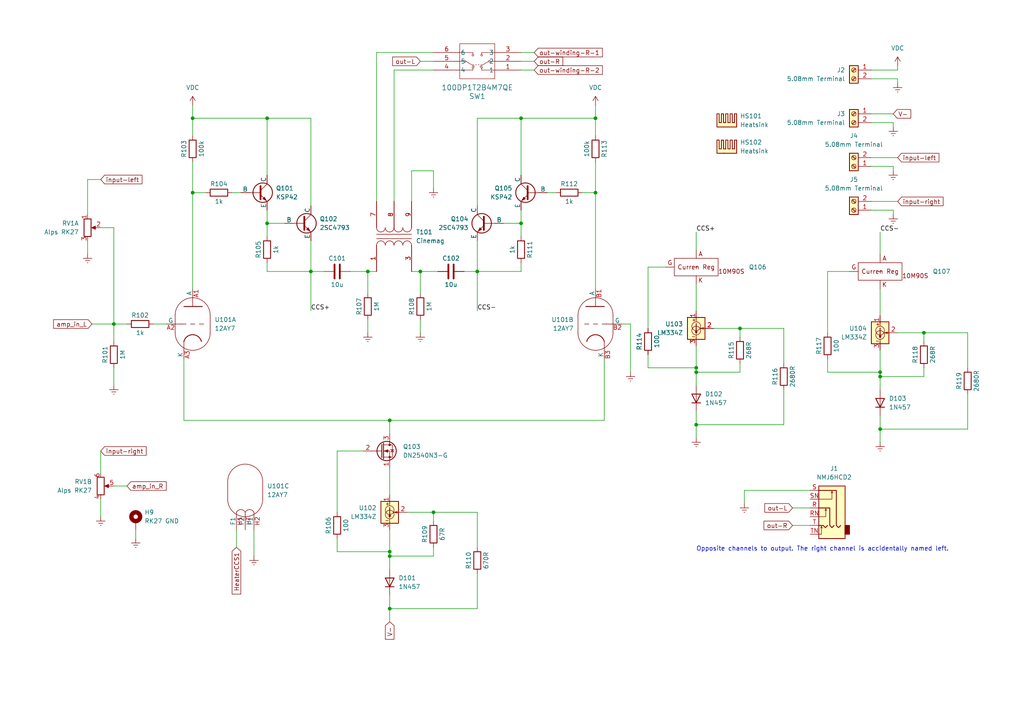
<source format=kicad_sch>
(kicad_sch (version 20231120) (generator "eeschema") (generator_version "8.0")
  (paper "A4")
  (title_block (title "Torpedo iii Left") (rev "V1.0"))
  (lib_symbols
    (symbol "Connector:Screw_Terminal_01x02" (pin_names (offset 1.016) hide)
      (property "Reference" "J" (at 0 2.54 0))
      (property "Value" "Screw_Terminal_01x02" (at 0 -5.08 0))
      (symbol "Screw_Terminal_01x02_1_1"
        (pin passive line (at -5.08 0 0) (length 3.81) (name "Pin_1") (number "1"))
        (pin passive line (at -5.08 -2.54 0) (length 3.81) (name "Pin_2") (number "2"))
      )
    )
    (symbol "Connector_Audio:NMJ6HCD2"
      (property "Reference" "J" (at 0 11.43 0))
      (property "Value" "NMJ6HCD2" (at 0 8.89 0))
      (symbol "NMJ6HCD2_1_1"
        (pin passive line (at 5.08 0 180) (length 2.54) (name "~") (number "R"))
        (pin passive line (at 5.08 -2.54 180) (length 2.54) (name "~") (number "RN"))
        (pin passive line (at 5.08 5.08 180) (length 2.54) (name "~") (number "S"))
        (pin passive line (at 5.08 2.54 180) (length 2.54) (name "~") (number "SN"))
        (pin passive line (at 5.08 -5.08 180) (length 2.54) (name "~") (number "T"))
        (pin passive line (at 5.08 -7.62 180) (length 2.54) (name "~") (number "TN"))
      )
    )
    (symbol "CustomSymLib:100DP1T2B4M7QE" (pin_names (offset 0.254))
      (property "Reference" "SW" (at 12.7 7.62 0))
      (property "Value" "100DP1T2B4M7QE" (at 12.7 5.08 0))
      (symbol "100DP1T2B4M7QE_0_1"
        (pin unspecified line (at 0 0 0) (length 7.62) (name "1") (number "1"))
        (pin unspecified line (at 0 -2.54 0) (length 7.62) (name "2") (number "2"))
        (pin unspecified line (at 0 -5.08 0) (length 7.62) (name "3") (number "3"))
        (pin unspecified line (at 25.4 0 180) (length 7.62) (name "4") (number "4"))
        (pin unspecified line (at 25.4 -2.54 180) (length 7.62) (name "5") (number "5"))
        (pin unspecified line (at 25.4 -5.08 180) (length 7.62) (name "6") (number "6"))
      )
    )
    (symbol "CustomSymLib:10M90S"
      (property "Reference" "Q" (at 6.35 1.27 0))
      (symbol "10M90S_1_1"
        (text "10M90S\n" (at 6.35 -1.27 0) (effects (font (size 1.27 1.27)) (justify left)))
        (text "A" (at 1.27 3.81 0) (effects (font (size 1.27 1.27))))
        (text "Curren Reg" (at 0 0 0) (effects (font (size 1.27 1.27))))
        (text "G" (at -7.62 1.27 0) (effects (font (size 1.27 1.27))))
        (text "K\n" (at 1.27 -3.81 0) (effects (font (size 1.27 1.27))))
        (pin input line (at -8.89 0 0) (length 2.54) hide (name "1") (number "1"))
        (pin input line (at 0 5.08 270) (length 2.54) hide (name "2") (number "2"))
        (pin input line (at 0 -5.08 90) (length 2.54) hide (name "3") (number "3"))
      )
    )
    (symbol "Device:C" (pin_numbers hide) (pin_names (offset 0.254))
      (property "Reference" "C" (at 0.635 2.54 0))
      (property "Value" "C" (at 0.635 -2.54 0))
      (symbol "C_1_1"
        (pin passive line (at 0 3.81 270) (length 2.794) (name "~") (number "1"))
        (pin passive line (at 0 -3.81 90) (length 2.794) (name "~") (number "2"))
      )
    )
    (symbol "Device:R" (pin_numbers hide) (pin_names (offset 0))
      (property "Reference" "R" (at 2.032 0 90))
      (property "Value" "R" (at 0 0 90))
      (symbol "R_1_1"
        (pin passive line (at 0 3.81 270) (length 1.27) (name "~") (number "1"))
        (pin passive line (at 0 -3.81 90) (length 1.27) (name "~") (number "2"))
      )
    )
    (symbol "Device:R_Potentiometer_Dual_Separate" (pin_names (offset 1.016) hide)
      (property "Reference" "RV" (at -4.445 0 90))
      (property "Value" "R_Potentiometer_Dual_Separate" (at -2.54 0 90))
      (symbol "R_Potentiometer_Dual_Separate_1_1"
        (pin passive line (at 0 3.81 270) (length 1.27) (name "1") (number "1"))
        (pin passive line (at 3.81 0 180) (length 1.27) (name "2") (number "2"))
        (pin passive line (at 0 -3.81 90) (length 1.27) (name "3") (number "3"))
      )
      (symbol "R_Potentiometer_Dual_Separate_2_1"
        (pin passive line (at 0 3.81 270) (length 1.27) (name "4") (number "4"))
        (pin passive line (at 3.81 0 180) (length 1.27) (name "5") (number "5"))
        (pin passive line (at 0 -3.81 90) (length 1.27) (name "6") (number "6"))
      )
    )
    (symbol "Device:Transformer_1P_SS" (pin_names (offset 1.016) hide)
      (property "Reference" "T101" (at 1.27 -6.35 90))
      (property "Value" "Cinemag" (at -1.27 -6.35 90))
      (symbol "Transformer_1P_SS_1_1"
        (pin passive line (at -10.16 5.08 0) (length 7.62) (name "AA") (number "1"))
        (pin passive line (at -10.16 -5.08 0) (length 7.62) (name "AB") (number "3"))
        (pin passive line (at 10.16 5.08 180) (length 7.62) (name "SB") (number "7"))
        (pin passive line (at 10.16 0 180) (length 7.62) (name "SC") (number "8"))
        (pin passive line (at 10.16 -5.08 180) (length 7.62) (name "SA") (number "9"))
      )
    )
    (symbol "Diode:1N914" (pin_numbers hide) (pin_names hide)
      (property "Reference" "D" (at 0 2.54 0))
      (property "Value" "1N914" (at 0 -2.54 0))
      (symbol "1N914_1_1"
        (pin passive line (at -3.81 0 0) (length 2.54) (name "K") (number "1"))
        (pin passive line (at 3.81 0 180) (length 2.54) (name "A") (number "2"))
      )
    )
    (symbol "ECC81_1" (pin_names (offset 0))
      (property "Reference" "U201" (at 6.35 1.27 0))
      (property "Value" "12AY7" (at 6.35 -1.27 0))
      (symbol "ECC81_1_1_1"
        (pin output line (at 0 10.16 270) (length 2.54) (name "A") (number "A1"))
        (pin input line (at -7.62 0 0) (length 2.54) (name "G") (number "A2"))
        (pin bidirectional line (at -2.54 -10.16 90) (length 2.54) (name "K") (number "A3"))
      )
      (symbol "ECC81_1_2_1"
        (pin output line (at 0 10.16 270) (length 2.54) (name "A") (number "B1"))
        (pin input line (at -7.62 0 0) (length 2.54) (name "G") (number "B2"))
        (pin bidirectional line (at -2.54 -10.16 90) (length 2.54) (name "K") (number "B3"))
      )
      (symbol "ECC81_1_3_1"
        (pin power_in line (at -2.54 -11.43 90) (length 5.08) (name "F1") (number "H1"))
        (pin power_in line (at 2.54 -11.43 90) (length 5.08) (name "F1") (number "H2"))
        (pin power_in line (at 0 -11.43 90) (length 5.08) (name "F2") (number "HT"))
      )
    )
    (symbol "ECC81_2" (pin_names (offset 0))
      (property "Reference" "U201" (at 6.35 1.27 0))
      (property "Value" "12AY7" (at 6.35 -1.27 0))
      (symbol "ECC81_2_1_1"
        (pin output line (at 0 10.16 270) (length 2.54) (name "A") (number "A1"))
        (pin input line (at -7.62 0 0) (length 2.54) (name "G") (number "A2"))
        (pin bidirectional line (at -2.54 -10.16 90) (length 2.54) (name "K") (number "A3"))
      )
      (symbol "ECC81_2_2_1"
        (pin output line (at 0 10.16 270) (length 2.54) (name "A") (number "B1"))
        (pin input line (at -7.62 0 0) (length 2.54) (name "G") (number "B2"))
        (pin bidirectional line (at -2.54 -10.16 90) (length 2.54) (name "K") (number "B3"))
      )
      (symbol "ECC81_2_3_1"
        (pin power_in line (at -2.54 -11.43 90) (length 5.08) (name "F1") (number "H1"))
        (pin power_in line (at 2.54 -11.43 90) (length 5.08) (name "F1") (number "H2"))
        (pin power_in line (at 0 -11.43 90) (length 5.08) (name "F2") (number "HT"))
      )
    )
    (symbol "Mechanical:Heatsink" (pin_names (offset 1.016))
      (property "Reference" "HS" (at 0 5.08 0))
      (property "Value" "Heatsink" (at 0 -1.27 0))
    )
    (symbol "Mechanical:MountingHole_Pad" (pin_numbers hide) (pin_names (offset 1.016) hide)
      (property "Reference" "H" (at 0 6.35 0))
      (property "Value" "MountingHole_Pad" (at 0 4.445 0))
      (symbol "MountingHole_Pad_1_1"
        (pin input line (at 0 -2.54 90) (length 2.54) (name "1") (number "1"))
      )
    )
    (symbol "NPN_1" (pin_numbers hide) (pin_names (offset 0))
      (property "Reference" "Q12" (at 5.08 1.27 0))
      (property "Value" "2SC4793" (at 5.08 -1.27 0))
      (symbol "NPN_1_1_1"
        (pin input line (at -5.08 0 0) (length 2.54) (name "B") (number "1"))
        (pin open_collector line (at 2.54 5.08 270) (length 2.54) (name "C") (number "2"))
        (pin open_emitter line (at 2.54 -5.08 90) (length 2.54) (name "E") (number "3"))
      )
    )
    (symbol "Reference_Current:LM334Z"
      (property "Reference" "U" (at 0.635 6.35 0))
      (property "Value" "LM334Z" (at 0.635 4.445 0))
      (symbol "LM334Z_1_1"
        (pin passive line (at 0 5.08 270) (length 2.54) (name "~") (number "1"))
        (pin passive line (at 5.08 0 180) (length 2.54) (name "~") (number "2"))
        (pin passive line (at 0 -5.08 90) (length 2.54) (name "~") (number "3"))
      )
    )
    (symbol "Simulation_SPICE:NPN" (pin_numbers hide) (pin_names (offset 0))
      (property "Reference" "Q11" (at 5.08 1.27 0))
      (property "Value" "KSP42" (at 5.08 -1.27 0))
      (symbol "NPN_1_1"
        (pin open_emitter line (at 2.54 -5.08 90) (length 2.54) (name "E") (number "1"))
        (pin input line (at -5.08 0 0) (length 2.54) (name "B") (number "2"))
        (pin open_collector line (at 2.54 5.08 270) (length 2.54) (name "C") (number "3"))
      )
    )
    (symbol "Transistor_FET_Other:DN2540N3-G" (pin_names (offset 0) hide)
      (property "Reference" "Q" (at 5.08 1.905 0))
      (property "Value" "DN2540N3-G" (at 5.08 0 0))
      (symbol "DN2540N3-G_1_1"
        (pin passive line (at 2.54 -5.08 90) (length 2.54) (name "S") (number "1"))
        (pin input line (at -5.08 0 0) (length 2.54) (name "G") (number "2"))
        (pin passive line (at 2.54 5.08 270) (length 2.54) (name "D") (number "3"))
      )
    )
    (symbol "Valve:ECC81" (pin_names (offset 0))
      (property "Reference" "U201" (at 6.35 1.27 0))
      (property "Value" "12AY7" (at 6.35 -1.27 0))
      (symbol "ECC81_1_1"
        (pin output line (at 0 10.16 270) (length 2.54) (name "A") (number "A1"))
        (pin input line (at -7.62 0 0) (length 2.54) (name "G") (number "A2"))
        (pin bidirectional line (at -2.54 -10.16 90) (length 2.54) (name "K") (number "A3"))
      )
      (symbol "ECC81_2_1"
        (pin output line (at 0 10.16 270) (length 2.54) (name "A") (number "B1"))
        (pin input line (at -7.62 0 0) (length 2.54) (name "G") (number "B2"))
        (pin bidirectional line (at -2.54 -10.16 90) (length 2.54) (name "K") (number "B3"))
      )
      (symbol "ECC81_3_1"
        (pin power_in line (at -2.54 -11.43 90) (length 5.08) (name "F1") (number "H1"))
        (pin power_in line (at 2.54 -11.43 90) (length 5.08) (name "F1") (number "H2"))
        (pin power_in line (at 0 -11.43 90) (length 5.08) (name "F2") (number "HT"))
      )
    )
    (symbol "power:GNDREF" (power) (pin_names (offset 0))
      (property "Value" "GNDREF" (at 0 -3.81 0))
      (symbol "GNDREF_1_1"
        (pin power_in line (at 0 0 270) (length 0) hide (name "GNDREF") (number "1"))
      )
    )
    (symbol "power:VDC" (power) (pin_names (offset 0))
      (property "Value" "VDC" (at 0 6.35 0))
      (symbol "VDC_1_1"
        (pin power_in line (at 0 0 90) (length 0) hide (name "VDC") (number "1"))
      )
    )
  )
  (junction (at 55.88 55.88))
  (junction (at 172.72 55.88))
  (junction (at 201.93 107.95))
  (junction (at 55.88 34.29))
  (junction (at 172.72 34.29))
  (junction (at 201.93 123.19))
  (junction (at 90.17 78.74))
  (junction (at 113.03 160.02))
  (junction (at 113.03 121.92))
  (junction (at 125.73 148.59))
  (junction (at 33.02 93.98))
  (junction (at 77.47 34.29))
  (junction (at 255.27 124.46))
  (junction (at 77.47 64.77))
  (junction (at 106.68 78.74))
  (junction (at 214.63 95.25))
  (junction (at 138.43 78.74))
  (junction (at 113.03 176.53))
  (junction (at 255.27 107.95))
  (junction (at 255.27 109.22))
  (junction (at 121.92 78.74))
  (junction (at 201.93 106.68))
  (junction (at 113.03 161.29))
  (junction (at 267.97 96.52))
  (junction (at 151.13 64.77))
  (junction (at 151.13 34.29))
  (wire (pts (xy 267.97 109.22) (xy 255.27 109.22)))
  (wire (pts (xy 252.73 60.96) (xy 259.08 60.96)))
  (wire (pts (xy 77.47 34.29) (xy 77.47 50.8)))
  (wire (pts (xy 240.03 107.95) (xy 255.27 107.95)))
  (wire (pts (xy 25.4 52.07) (xy 25.4 62.23)))
  (wire (pts (xy 214.63 107.95) (xy 201.93 107.95)))
  (wire (pts (xy 267.97 96.52) (xy 267.97 99.06)))
  (wire (pts (xy 229.87 152.4) (xy 234.95 152.4)))
  (wire (pts (xy 187.96 77.47) (xy 193.04 77.47)))
  (wire (pts (xy 125.73 148.59) (xy 125.73 151.13)))
  (wire (pts (xy 227.33 123.19) (xy 201.93 123.19)))
  (wire (pts (xy 280.67 96.52) (xy 280.67 106.68)))
  (wire (pts (xy 138.43 78.74) (xy 138.43 90.17)))
  (wire (pts (xy 138.43 69.85) (xy 138.43 78.74)))
  (wire (pts (xy 97.79 160.02) (xy 113.03 160.02)))
  (wire (pts (xy 114.3 20.32) (xy 125.73 20.32)))
  (wire (pts (xy 121.92 17.78) (xy 125.73 17.78)))
  (wire (pts (xy 255.27 107.95) (xy 255.27 109.22)))
  (wire (pts (xy 161.29 55.88) (xy 158.75 55.88)))
  (wire (pts (xy 201.93 106.68) (xy 201.93 100.33)))
  (wire (pts (xy 252.73 45.72) (xy 260.35 45.72)))
  (wire (pts (xy 151.13 15.24) (xy 154.94 15.24)))
  (wire (pts (xy 138.43 78.74) (xy 134.62 78.74)))
  (wire (pts (xy 77.47 78.74) (xy 90.17 78.74)))
  (wire (pts (xy 187.96 102.87) (xy 187.96 106.68)))
  (wire (pts (xy 109.22 15.24) (xy 125.73 15.24)))
  (wire (pts (xy 33.02 140.97) (xy 36.83 140.97)))
  (wire (pts (xy 113.03 160.02) (xy 113.03 161.29)))
  (wire (pts (xy 125.73 148.59) (xy 138.43 148.59)))
  (wire (pts (xy 25.4 69.85) (xy 25.4 73.66)))
  (wire (pts (xy 187.96 95.25) (xy 187.96 77.47)))
  (wire (pts (xy 121.92 78.74) (xy 121.92 85.09)))
  (wire (pts (xy 29.21 66.04) (xy 33.02 66.04)))
  (wire (pts (xy 214.63 105.41) (xy 214.63 107.95)))
  (wire (pts (xy 260.35 20.32) (xy 260.35 19.05)))
  (wire (pts (xy 214.63 95.25) (xy 214.63 97.79)))
  (wire (pts (xy 26.67 93.98) (xy 33.02 93.98)))
  (wire (pts (xy 53.34 104.14) (xy 53.34 121.92)))
  (wire (pts (xy 90.17 78.74) (xy 93.98 78.74)))
  (wire (pts (xy 252.73 48.26) (xy 259.08 48.26)))
  (wire (pts (xy 113.03 135.89) (xy 113.03 143.51)))
  (wire (pts (xy 252.73 33.02) (xy 259.08 33.02)))
  (wire (pts (xy 55.88 55.88) (xy 55.88 83.82)))
  (wire (pts (xy 138.43 166.37) (xy 138.43 176.53)))
  (wire (pts (xy 172.72 55.88) (xy 172.72 83.82)))
  (wire (pts (xy 39.37 153.67) (xy 39.37 156.21)))
  (wire (pts (xy 118.11 148.59) (xy 125.73 148.59)))
  (wire (pts (xy 172.72 46.99) (xy 172.72 55.88)))
  (wire (pts (xy 109.22 58.42) (xy 109.22 15.24)))
  (wire (pts (xy 106.68 92.71) (xy 106.68 96.52)))
  (wire (pts (xy 33.02 106.68) (xy 33.02 111.76)))
  (wire (pts (xy 201.93 67.31) (xy 201.93 72.39)))
  (wire (pts (xy 151.13 76.2) (xy 151.13 78.74)))
  (wire (pts (xy 229.87 147.32) (xy 234.95 147.32)))
  (wire (pts (xy 255.27 101.6) (xy 255.27 107.95)))
  (wire (pts (xy 106.68 78.74) (xy 109.22 78.74)))
  (wire (pts (xy 252.73 20.32) (xy 260.35 20.32)))
  (wire (pts (xy 138.43 34.29) (xy 138.43 59.69)))
  (wire (pts (xy 113.03 121.92) (xy 175.26 121.92)))
  (wire (pts (xy 260.35 96.52) (xy 267.97 96.52)))
  (wire (pts (xy 29.21 130.81) (xy 29.21 137.16)))
  (wire (pts (xy 53.34 121.92) (xy 113.03 121.92)))
  (wire (pts (xy 227.33 95.25) (xy 227.33 105.41)))
  (wire (pts (xy 113.03 125.73) (xy 113.03 121.92)))
  (wire (pts (xy 55.88 34.29) (xy 55.88 39.37)))
  (wire (pts (xy 55.88 30.48) (xy 55.88 34.29)))
  (wire (pts (xy 214.63 95.25) (xy 227.33 95.25)))
  (wire (pts (xy 172.72 34.29) (xy 172.72 39.37)))
  (wire (pts (xy 252.73 22.86) (xy 260.35 22.86)))
  (wire (pts (xy 138.43 148.59) (xy 138.43 158.75)))
  (wire (pts (xy 97.79 148.59) (xy 97.79 130.81)))
  (wire (pts (xy 240.03 104.14) (xy 240.03 107.95)))
  (wire (pts (xy 151.13 20.32) (xy 154.94 20.32)))
  (wire (pts (xy 201.93 119.38) (xy 201.93 123.19)))
  (wire (pts (xy 151.13 34.29) (xy 138.43 34.29)))
  (wire (pts (xy 90.17 69.85) (xy 90.17 78.74)))
  (wire (pts (xy 114.3 58.42) (xy 114.3 20.32)))
  (wire (pts (xy 151.13 78.74) (xy 138.43 78.74)))
  (wire (pts (xy 113.03 176.53) (xy 113.03 180.34)))
  (wire (pts (xy 215.9 142.24) (xy 234.95 142.24)))
  (wire (pts (xy 151.13 17.78) (xy 154.94 17.78)))
  (wire (pts (xy 97.79 130.81) (xy 105.41 130.81)))
  (wire (pts (xy 151.13 64.77) (xy 146.05 64.77)))
  (wire (pts (xy 77.47 64.77) (xy 77.47 68.58)))
  (wire (pts (xy 240.03 96.52) (xy 240.03 78.74)))
  (wire (pts (xy 113.03 153.67) (xy 113.03 160.02)))
  (wire (pts (xy 175.26 121.92) (xy 175.26 104.14)))
  (wire (pts (xy 73.66 153.67) (xy 73.66 161.29)))
  (wire (pts (xy 29.21 144.78) (xy 29.21 149.86)))
  (wire (pts (xy 255.27 109.22) (xy 255.27 113.03)))
  (wire (pts (xy 280.67 114.3) (xy 280.67 124.46)))
  (wire (pts (xy 255.27 83.82) (xy 255.27 91.44)))
  (wire (pts (xy 97.79 156.21) (xy 97.79 160.02)))
  (wire (pts (xy 260.35 22.86) (xy 260.35 24.13)))
  (wire (pts (xy 36.83 93.98) (xy 33.02 93.98)))
  (wire (pts (xy 267.97 96.52) (xy 280.67 96.52)))
  (wire (pts (xy 227.33 113.03) (xy 227.33 123.19)))
  (wire (pts (xy 252.73 35.56) (xy 259.08 35.56)))
  (wire (pts (xy 125.73 161.29) (xy 113.03 161.29)))
  (wire (pts (xy 125.73 49.53) (xy 125.73 54.61)))
  (wire (pts (xy 33.02 66.04) (xy 33.02 93.98)))
  (wire (pts (xy 172.72 34.29) (xy 151.13 34.29)))
  (wire (pts (xy 151.13 64.77) (xy 151.13 68.58)))
  (wire (pts (xy 201.93 107.95) (xy 201.93 111.76)))
  (wire (pts (xy 33.02 93.98) (xy 33.02 99.06)))
  (wire (pts (xy 138.43 176.53) (xy 113.03 176.53)))
  (wire (pts (xy 240.03 78.74) (xy 246.38 78.74)))
  (wire (pts (xy 255.27 120.65) (xy 255.27 124.46)))
  (wire (pts (xy 77.47 60.96) (xy 77.47 64.77)))
  (wire (pts (xy 201.93 123.19) (xy 201.93 127)))
  (wire (pts (xy 55.88 46.99) (xy 55.88 55.88)))
  (wire (pts (xy 207.01 95.25) (xy 214.63 95.25)))
  (wire (pts (xy 90.17 34.29) (xy 90.17 59.69)))
  (wire (pts (xy 125.73 158.75) (xy 125.73 161.29)))
  (wire (pts (xy 255.27 67.31) (xy 255.27 73.66)))
  (wire (pts (xy 121.92 78.74) (xy 127 78.74)))
  (wire (pts (xy 180.34 93.98) (xy 182.88 93.98)))
  (wire (pts (xy 55.88 34.29) (xy 77.47 34.29)))
  (wire (pts (xy 252.73 58.42) (xy 260.35 58.42)))
  (wire (pts (xy 182.88 93.98) (xy 182.88 107.95)))
  (wire (pts (xy 201.93 82.55) (xy 201.93 90.17)))
  (wire (pts (xy 259.08 60.96) (xy 259.08 62.23)))
  (wire (pts (xy 29.21 52.07) (xy 25.4 52.07)))
  (wire (pts (xy 68.58 153.67) (xy 68.58 158.75)))
  (wire (pts (xy 101.6 78.74) (xy 106.68 78.74)))
  (wire (pts (xy 119.38 49.53) (xy 125.73 49.53)))
  (wire (pts (xy 113.03 161.29) (xy 113.03 165.1)))
  (wire (pts (xy 151.13 34.29) (xy 151.13 50.8)))
  (wire (pts (xy 259.08 48.26) (xy 259.08 49.53)))
  (wire (pts (xy 172.72 30.48) (xy 172.72 34.29)))
  (wire (pts (xy 267.97 106.68) (xy 267.97 109.22)))
  (wire (pts (xy 77.47 76.2) (xy 77.47 78.74)))
  (wire (pts (xy 259.08 35.56) (xy 259.08 36.83)))
  (wire (pts (xy 106.68 78.74) (xy 106.68 85.09)))
  (wire (pts (xy 215.9 146.05) (xy 215.9 142.24)))
  (wire (pts (xy 255.27 124.46) (xy 255.27 128.27)))
  (wire (pts (xy 119.38 58.42) (xy 119.38 49.53)))
  (wire (pts (xy 113.03 172.72) (xy 113.03 176.53)))
  (wire (pts (xy 77.47 34.29) (xy 90.17 34.29)))
  (wire (pts (xy 172.72 55.88) (xy 168.91 55.88)))
  (wire (pts (xy 201.93 107.95) (xy 201.93 106.68)))
  (wire (pts (xy 90.17 78.74) (xy 90.17 90.17)))
  (wire (pts (xy 77.47 64.77) (xy 82.55 64.77)))
  (wire (pts (xy 67.31 55.88) (xy 69.85 55.88)))
  (wire (pts (xy 44.45 93.98) (xy 48.26 93.98)))
  (wire (pts (xy 55.88 55.88) (xy 59.69 55.88)))
  (wire (pts (xy 151.13 60.96) (xy 151.13 64.77)))
  (wire (pts (xy 121.92 92.71) (xy 121.92 96.52)))
  (wire (pts (xy 280.67 124.46) (xy 255.27 124.46)))
  (wire (pts (xy 119.38 78.74) (xy 121.92 78.74)))
  (wire (pts (xy 187.96 106.68) (xy 201.93 106.68)))
  (text "Opposite channels to output. The right channel is accidentally named left." (at 201.93 160.02 0) (effects (font (size 1.27 1.27)) (justify left bottom)))
  (label "CCS-" (at 255.27 67.31 0))
  (label "CCS+" (at 201.93 67.31 0))
  (label "CCS+" (at 90.17 90.17 0))
  (label "CCS-" (at 138.43 90.17 0))
  (global_label "out-winding-R-2" (shape input) (at 154.94 20.32 0) (property "Intersheetrefs" "${INTERSHEET_REFS}" (effects (hide yes))))
  (global_label "out-R" (shape input) (at 229.87 152.4 180) (property "Intersheetrefs" "${INTERSHEET_REFS}" (effects (hide yes))))
  (global_label "input-left" (shape input) (at 29.21 52.07 0) (property "Intersheetrefs" "${INTERSHEET_REFS}" (effects (hide yes))))
  (global_label "input-right" (shape input) (at 260.35 58.42 0) (property "Intersheetrefs" "${INTERSHEET_REFS}" (effects (hide yes))))
  (global_label "amp_in_L" (shape input) (at 26.67 93.98 180) (property "Intersheetrefs" "${INTERSHEET_REFS}" (effects (hide yes))))
  (global_label "out-winding-R-1" (shape input) (at 154.94 15.24 0) (property "Intersheetrefs" "${INTERSHEET_REFS}" (effects (hide yes))))
  (global_label "out-L" (shape input) (at 121.92 17.78 180) (property "Intersheetrefs" "${INTERSHEET_REFS}" (effects (hide yes))))
  (global_label "HeaterCCS1" (shape input) (at 68.58 158.75 270) (property "Intersheetrefs" "${INTERSHEET_REFS}" (effects (hide yes))))
  (global_label "V-" (shape input) (at 113.03 180.34 270) (property "Intersheetrefs" "${INTERSHEET_REFS}" (effects (hide yes))))
  (global_label "out-L" (shape input) (at 229.87 147.32 180) (property "Intersheetrefs" "${INTERSHEET_REFS}" (effects (hide yes))))
  (global_label "input-right" (shape input) (at 29.21 130.81 0) (property "Intersheetrefs" "${INTERSHEET_REFS}" (effects (hide yes))))
  (global_label "input-left" (shape input) (at 260.35 45.72 0) (property "Intersheetrefs" "${INTERSHEET_REFS}" (effects (hide yes))))
  (global_label "V-" (shape input) (at 259.08 33.02 0) (property "Intersheetrefs" "${INTERSHEET_REFS}" (effects (hide yes))))
  (global_label "amp_in_R" (shape input) (at 36.83 140.97 0) (property "Intersheetrefs" "${INTERSHEET_REFS}" (effects (hide yes))))
  (global_label "out-R" (shape input) (at 154.94 17.78 0) (property "Intersheetrefs" "${INTERSHEET_REFS}" (effects (hide yes))))
  (symbol (lib_id "Diode:1N914") (at 201.93 115.57 90) (unit 1)
    (property "Reference" "D102" (at 204.47 114.3 90) (effects (justify right)))
    (property "Value" "1N457" (at 204.47 116.84 90) (effects (justify right)))
    (property "Footprint" "Diode_THT:D_DO-35_SOD27_P7.62mm_Horizontal" (effects (hide yes)))
    (property "Datasheet" "http://www.vishay.com/docs/85622/1n914.pdf" (effects (hide yes)))
    (property "Sim.Device" "D" (effects (hide yes)))
    (property "Sim.Pins" "1=K 2=A" (effects (hide yes)))
  )
  (symbol (lib_id "Device:R") (at 40.64 93.98 90) (unit 1)
    (property "Reference" "R102" (at 40.64 91.44 90))
    (property "Value" "1k" (at 40.64 96.52 90))
    (property "Footprint" "Resistor_THT:R_Axial_DIN0309_L9.0mm_D3.2mm_P12.70mm_Horizontal" (effects (hide yes)))
  )
  (symbol (lib_id "power:GNDREF") (at 29.21 149.86 0) (unit 1)
    (property "Reference" "#PWR04" (effects (hide yes)))
    (property "Value" "GNDREF" (effects (hide yes)))
  )
  (symbol (lib_id "power:GNDREF") (at 215.9 146.05 0) (unit 1)
    (property "Reference" "#PWR05" (effects (hide yes)))
    (property "Value" "GNDREF" (effects (hide yes)))
  )
  (symbol (lib_id "Device:R") (at 106.68 88.9 180) (unit 1)
    (property "Reference" "R107" (at 104.14 88.9 90))
    (property "Value" "1M" (at 109.22 88.9 90))
    (property "Footprint" "Resistor_THT:R_Axial_DIN0309_L9.0mm_D3.2mm_P12.70mm_Horizontal" (effects (hide yes)))
  )
  (symbol (lib_name "ECC81_1") (lib_id "Valve:ECC81") (at 172.72 93.98 0) (mirror y) (unit 2)
    (property "Reference" "U101" (at 166.37 92.71 0) (effects (justify left)))
    (property "Value" "12AY7" (at 166.37 95.25 0) (effects (justify left)))
    (property "Footprint" "CustomAltiumFootprint:12AY7" (effects (hide yes)))
    (property "Datasheet" "http://www.r-type.org/pdfs/ecc81.pdf" (effects (hide yes)))
  )
  (symbol (lib_id "power:GNDREF") (at 259.08 36.83 0) (unit 1)
    (property "Reference" "#PWR08" (effects (hide yes)))
    (property "Value" "GNDREF" (effects (hide yes)))
  )
  (symbol (lib_id "power:GNDREF") (at 259.08 49.53 0) (unit 1)
    (property "Reference" "#PWR09" (effects (hide yes)))
    (property "Value" "GNDREF" (effects (hide yes)))
  )
  (symbol (lib_id "CustomSymLib:100DP1T2B4M7QE") (at 151.13 20.32 180) (unit 1)
    (property "Reference" "SW1" (at 138.43 27.94 0) (effects (font (size 1.524 1.524))))
    (property "Value" "100DP1T2B4M7QE" (at 138.43 25.4 0) (effects (font (size 1.524 1.524))))
    (property "Footprint" "100DP1T2B4M7QE_EWI" (effects (hide yes)))
    (property "Datasheet" "100DP1T2B4M7QE" (effects (hide yes)))
  )
  (symbol (lib_id "Device:R") (at 187.96 99.06 180) (unit 1)
    (property "Reference" "R114" (at 185.42 99.06 90))
    (property "Value" "100" (at 190.5 99.06 90))
    (property "Footprint" "Resistor_THT:R_Axial_DIN0309_L9.0mm_D3.2mm_P12.70mm_Horizontal" (effects (hide yes)))
  )
  (symbol (lib_id "Device:R") (at 55.88 43.18 180) (unit 1)
    (property "Reference" "R103" (at 53.34 43.18 90))
    (property "Value" "100k" (at 58.42 43.18 90))
    (property "Footprint" "Resistor_THT:R_Axial_DIN0414_L11.9mm_D4.5mm_P15.24mm_Horizontal" (effects (hide yes)))
  )
  (symbol (lib_id "Device:R") (at 125.73 154.94 180) (unit 1)
    (property "Reference" "R109" (at 123.19 154.94 90))
    (property "Value" "67R" (at 128.27 154.94 90))
    (property "Footprint" "Resistor_THT:R_Axial_DIN0309_L9.0mm_D3.2mm_P12.70mm_Horizontal" (effects (hide yes)))
  )
  (symbol (lib_id "Valve:ECC81") (at 71.12 142.24 0) (unit 3)
    (property "Reference" "U101" (at 77.47 140.97 0) (effects (justify left)))
    (property "Value" "12AY7" (at 77.47 143.51 0) (effects (justify left)))
    (property "Footprint" "CustomAltiumFootprint:12AY7" (effects (hide yes)))
    (property "Datasheet" "http://www.r-type.org/pdfs/ecc81.pdf" (effects (hide yes)))
  )
  (symbol (lib_id "Simulation_SPICE:NPN") (at 74.93 55.88 0) (unit 1)
    (property "Reference" "Q101" (at 80.01 54.61 0) (effects (justify left)))
    (property "Value" "KSP42" (at 80.01 57.15 0) (effects (justify left)))
    (property "Footprint" "Package_TO_SOT_THT:TO-92_Inline_Wide" (effects (hide yes)))
    (property "Sim.Device" "NPN" (effects (hide yes)))
    (property "Sim.Type" "GUMMELPOON" (effects (hide yes)))
    (property "Sim.Pins" "1=C 2=B 3=E" (effects (hide yes)))
  )
  (symbol (lib_id "Device:R_Potentiometer_Dual_Separate") (at 25.4 66.04 0) (unit 1)
    (property "Reference" "RV1" (at 22.86 64.77 0) (effects (justify right)))
    (property "Value" "Alps RK27" (at 22.86 67.31 0) (effects (justify right)))
    (property "Footprint" "CustomKicadFootprint:Alps RK27 Stereo" (effects (hide yes)))
  )
  (symbol (lib_id "Device:R") (at 63.5 55.88 90) (unit 1)
    (property "Reference" "R104" (at 63.5 53.34 90))
    (property "Value" "1k" (at 63.5 58.42 90))
    (property "Footprint" "Resistor_THT:R_Axial_DIN0309_L9.0mm_D3.2mm_P12.70mm_Horizontal" (effects (hide yes)))
  )
  (symbol (lib_id "Connector:Screw_Terminal_01x02") (at 247.65 48.26 180) (unit 1)
    (property "Reference" "J4" (at 247.65 39.37 0))
    (property "Value" "5.08mm Terminal" (at 247.65 41.91 0))
    (property "Footprint" "TerminalBlock_Phoenix:TerminalBlock_Phoenix_MKDS-1,5-2-5.08_1x02_P5.08mm_Horizontal" (effects (hide yes)))
  )
  (symbol (lib_id "power:GNDREF") (at 182.88 107.95 0) (unit 1)
    (property "Reference" "#PWR0106" (effects (hide yes)))
    (property "Value" "GNDREF" (effects (hide yes)))
  )
  (symbol (lib_id "Simulation_SPICE:NPN") (at 153.67 55.88 0) (mirror y) (unit 1)
    (property "Reference" "Q105" (at 148.59 54.61 0) (effects (justify left)))
    (property "Value" "KSP42" (at 148.59 57.15 0) (effects (justify left)))
    (property "Footprint" "Package_TO_SOT_THT:TO-92_Inline_Wide" (effects (hide yes)))
    (property "Sim.Device" "NPN" (effects (hide yes)))
    (property "Sim.Type" "GUMMELPOON" (effects (hide yes)))
    (property "Sim.Pins" "1=C 2=B 3=E" (effects (hide yes)))
  )
  (symbol (lib_id "Reference_Current:LM334Z") (at 113.03 148.59 0) (unit 1)
    (property "Reference" "U102" (at 109.22 147.32 0) (effects (justify right)))
    (property "Value" "LM334Z" (at 109.22 149.86 0) (effects (justify right)))
    (property "Footprint" "Package_TO_SOT_THT:TO-92_Inline_Wide" (effects (hide yes)))
    (property "Datasheet" "http://www.ti.com/lit/ds/symlink/lm134.pdf" (effects (hide yes)))
  )
  (symbol (lib_id "Diode:1N914") (at 255.27 116.84 90) (unit 1)
    (property "Reference" "D103" (at 257.81 115.57 90) (effects (justify right)))
    (property "Value" "1N457" (at 257.81 118.11 90) (effects (justify right)))
    (property "Footprint" "Diode_THT:D_DO-35_SOD27_P7.62mm_Horizontal" (effects (hide yes)))
    (property "Datasheet" "http://www.vishay.com/docs/85622/1n914.pdf" (effects (hide yes)))
    (property "Sim.Device" "D" (effects (hide yes)))
    (property "Sim.Pins" "1=K 2=A" (effects (hide yes)))
  )
  (symbol (lib_id "Device:C") (at 97.79 78.74 90) (unit 1)
    (property "Reference" "C101" (at 97.79 74.93 90))
    (property "Value" "10u" (at 97.79 82.55 90))
    (property "Footprint" "CustomAltiumFootprint:Mundorf Evo 10u" (effects (hide yes)))
  )
  (symbol (lib_id "power:GNDREF") (at 25.4 73.66 0) (unit 1)
    (property "Reference" "#PWR03" (effects (hide yes)))
    (property "Value" "GNDREF" (effects (hide yes)))
  )
  (symbol (lib_name "NPN_1") (lib_id "Simulation_SPICE:NPN") (at 140.97 64.77 0) (mirror y) (unit 1)
    (property "Reference" "Q104" (at 135.89 63.5 0) (effects (justify left)))
    (property "Value" "2SC4793" (at 135.89 66.04 0) (effects (justify left)))
    (property "Footprint" "Package_TO_SOT_THT:TO-220-3_Vertical" (effects (hide yes)))
    (property "Sim.Device" "NPN" (effects (hide yes)))
    (property "Sim.Type" "GUMMELPOON" (effects (hide yes)))
    (property "Sim.Pins" "1=C 2=B 3=E" (effects (hide yes)))
  )
  (symbol (lib_id "Device:R") (at 33.02 102.87 180) (unit 1)
    (property "Reference" "R101" (at 30.48 102.87 90))
    (property "Value" "1M" (at 35.56 102.87 90))
    (property "Footprint" "Resistor_THT:R_Axial_DIN0309_L9.0mm_D3.2mm_P12.70mm_Horizontal" (effects (hide yes)))
  )
  (symbol (lib_id "Device:R") (at 151.13 72.39 0) (mirror x) (unit 1)
    (property "Reference" "R111" (at 153.67 72.39 90))
    (property "Value" "1k" (at 148.59 72.39 90))
    (property "Footprint" "Resistor_THT:R_Axial_DIN0309_L9.0mm_D3.2mm_P12.70mm_Horizontal" (effects (hide yes)))
  )
  (symbol (lib_id "Device:R") (at 280.67 110.49 180) (unit 1)
    (property "Reference" "R119" (at 278.13 110.49 90))
    (property "Value" "2680R" (at 283.21 110.49 90))
    (property "Footprint" "Resistor_THT:R_Axial_DIN0309_L9.0mm_D3.2mm_P12.70mm_Horizontal" (effects (hide yes)))
  )
  (symbol (lib_id "power:GNDREF") (at 125.73 54.61 0) (unit 1)
    (property "Reference" "#PWR01" (effects (hide yes)))
    (property "Value" "GNDREF" (effects (hide yes)))
  )
  (symbol (lib_id "Device:R") (at 214.63 101.6 180) (unit 1)
    (property "Reference" "R115" (at 212.09 101.6 90))
    (property "Value" "268R" (at 217.17 101.6 90))
    (property "Footprint" "Resistor_THT:R_Axial_DIN0309_L9.0mm_D3.2mm_P12.70mm_Horizontal" (effects (hide yes)))
  )
  (symbol (lib_id "power:GNDREF") (at 33.02 111.76 0) (unit 1)
    (property "Reference" "#PWR0101" (effects (hide yes)))
    (property "Value" "GNDREF" (effects (hide yes)))
  )
  (symbol (lib_id "power:GNDREF") (at 201.93 127 0) (unit 1)
    (property "Reference" "#PWR0107" (effects (hide yes)))
    (property "Value" "GNDREF" (effects (hide yes)))
  )
  (symbol (lib_id "CustomSymLib:10M90S") (at 255.27 78.74 0) (unit 1)
    (property "Reference" "Q107" (at 270.51 78.74 0) (effects (justify left)))
    (property "Value" "~" (at 255.27 78.74 0))
    (property "Footprint" "Package_TO_SOT_THT:TO-220-3_Vertical" (effects (hide yes)))
  )
  (symbol (lib_id "Connector:Screw_Terminal_01x02") (at 247.65 20.32 0) (mirror y) (unit 1)
    (property "Reference" "J2" (at 245.11 20.32 0) (effects (justify left)))
    (property "Value" "5.08mm Terminal" (at 245.11 22.86 0) (effects (justify left)))
    (property "Footprint" "TerminalBlock_Phoenix:TerminalBlock_Phoenix_MKDS-1,5-2-5.08_1x02_P5.08mm_Horizontal" (effects (hide yes)))
  )
  (symbol (lib_id "Mechanical:Heatsink") (at 210.82 44.45 0) (unit 1)
    (property "Reference" "HS102" (at 214.63 41.275 0) (effects (justify left)))
    (property "Value" "Heatsink" (at 214.63 43.815 0) (effects (justify left)))
    (property "Footprint" "CustomAltiumFootprint:513102B02500G" (effects (hide yes)))
  )
  (symbol (lib_id "Device:Transformer_1P_SS") (at 114.3 68.58 90) (unit 1)
    (property "Reference" "T101" (at 120.65 67.31 90) (effects (justify right)))
    (property "Value" "Cinemag" (at 120.65 69.85 90) (effects (justify right)))
    (property "Footprint" "CustomAltiumFootprint:Cinemag CM-15615PC" (effects (hide yes)))
  )
  (symbol (lib_id "Mechanical:Heatsink") (at 210.82 36.83 0) (unit 1)
    (property "Reference" "HS101" (at 214.63 33.655 0) (effects (justify left)))
    (property "Value" "Heatsink" (at 214.63 36.195 0) (effects (justify left)))
    (property "Footprint" "CustomAltiumFootprint:513102B02500G" (effects (hide yes)))
  )
  (symbol (lib_id "Device:R") (at 138.43 162.56 180) (unit 1)
    (property "Reference" "R110" (at 135.89 162.56 90))
    (property "Value" "670R" (at 140.97 162.56 90))
    (property "Footprint" "Resistor_THT:R_Axial_DIN0309_L9.0mm_D3.2mm_P12.70mm_Horizontal" (effects (hide yes)))
  )
  (symbol (lib_id "CustomSymLib:10M90S") (at 201.93 77.47 0) (unit 1)
    (property "Reference" "Q106" (at 217.17 77.47 0) (effects (justify left)))
    (property "Value" "~" (at 201.93 77.47 0))
    (property "Footprint" "Package_TO_SOT_THT:TO-220-3_Vertical" (effects (hide yes)))
  )
  (symbol (lib_id "power:GNDREF") (at 39.37 156.21 0) (unit 1)
    (property "Reference" "#PWR013" (effects (hide yes)))
    (property "Value" "GNDREF" (effects (hide yes)))
  )
  (symbol (lib_id "power:GNDREF") (at 260.35 24.13 0) (unit 1)
    (property "Reference" "#PWR07" (effects (hide yes)))
    (property "Value" "GNDREF" (effects (hide yes)))
  )
  (symbol (lib_id "power:GNDREF") (at 106.68 96.52 0) (unit 1)
    (property "Reference" "#PWR0103" (effects (hide yes)))
    (property "Value" "GNDREF" (effects (hide yes)))
  )
  (symbol (lib_id "power:GNDREF") (at 121.92 96.52 0) (unit 1)
    (property "Reference" "#PWR0104" (effects (hide yes)))
    (property "Value" "GNDREF" (effects (hide yes)))
  )
  (symbol (lib_id "Mechanical:MountingHole_Pad") (at 39.37 151.13 0) (unit 1)
    (property "Reference" "H9" (at 41.91 148.59 0) (effects (justify left)))
    (property "Value" "RK27 GND" (at 41.91 151.13 0) (effects (justify left)))
    (property "Footprint" "MountingHole:MountingHole_2.5mm_Pad" (effects (hide yes)))
  )
  (symbol (lib_id "Device:C") (at 130.81 78.74 270) (mirror x) (unit 1)
    (property "Reference" "C102" (at 130.81 74.93 90))
    (property "Value" "10u" (at 130.81 82.55 90))
    (property "Footprint" "CustomAltiumFootprint:Mundorf Evo 10u" (effects (hide yes)))
  )
  (symbol (lib_id "Connector:Screw_Terminal_01x02") (at 247.65 60.96 180) (unit 1)
    (property "Reference" "J5" (at 247.65 52.07 0))
    (property "Value" "5.08mm Terminal" (at 247.65 54.61 0))
    (property "Footprint" "TerminalBlock_Phoenix:TerminalBlock_Phoenix_MKDS-1,5-2-5.08_1x02_P5.08mm_Horizontal" (effects (hide yes)))
  )
  (symbol (lib_id "Device:R") (at 121.92 88.9 180) (unit 1)
    (property "Reference" "R108" (at 119.38 88.9 90))
    (property "Value" "1M" (at 124.46 88.9 90))
    (property "Footprint" "Resistor_THT:R_Axial_DIN0309_L9.0mm_D3.2mm_P12.70mm_Horizontal" (effects (hide yes)))
  )
  (symbol (lib_id "Device:R") (at 227.33 109.22 180) (unit 1)
    (property "Reference" "R116" (at 224.79 109.22 90))
    (property "Value" "2680R" (at 229.87 109.22 90))
    (property "Footprint" "Resistor_THT:R_Axial_DIN0309_L9.0mm_D3.2mm_P12.70mm_Horizontal" (effects (hide yes)))
  )
  (symbol (lib_id "Connector:Screw_Terminal_01x02") (at 247.65 33.02 0) (mirror y) (unit 1)
    (property "Reference" "J3" (at 245.11 33.02 0) (effects (justify left)))
    (property "Value" "5.08mm Terminal" (at 245.11 35.56 0) (effects (justify left)))
    (property "Footprint" "TerminalBlock_Phoenix:TerminalBlock_Phoenix_MKDS-1,5-2-5.08_1x02_P5.08mm_Horizontal" (effects (hide yes)))
  )
  (symbol (lib_id "Device:R") (at 240.03 100.33 180) (unit 1)
    (property "Reference" "R117" (at 237.49 100.33 90))
    (property "Value" "100" (at 242.57 100.33 90))
    (property "Footprint" "Resistor_THT:R_Axial_DIN0309_L9.0mm_D3.2mm_P12.70mm_Horizontal" (effects (hide yes)))
  )
  (symbol (lib_id "power:GNDREF") (at 259.08 62.23 0) (unit 1)
    (property "Reference" "#PWR010" (effects (hide yes)))
    (property "Value" "GNDREF" (effects (hide yes)))
  )
  (symbol (lib_id "Device:R") (at 97.79 152.4 180) (unit 1)
    (property "Reference" "R106" (at 95.25 152.4 90))
    (property "Value" "100" (at 100.33 152.4 90))
    (property "Footprint" "Resistor_THT:R_Axial_DIN0309_L9.0mm_D3.2mm_P12.70mm_Horizontal" (effects (hide yes)))
  )
  (symbol (lib_id "power:VDC") (at 172.72 30.48 0) (mirror y) (unit 1)
    (property "Reference" "#PWR0105" (effects (hide yes)))
    (property "Value" "VDC" (at 172.72 25.4 0))
  )
  (symbol (lib_id "Device:R_Potentiometer_Dual_Separate") (at 29.21 140.97 0) (mirror x) (unit 2)
    (property "Reference" "RV1" (at 26.67 139.7 0) (effects (justify right)))
    (property "Value" "Alps RK27" (at 26.67 142.24 0) (effects (justify right)))
    (property "Footprint" "CustomKicadFootprint:Alps RK27 Stereo" (effects (hide yes)))
  )
  (symbol (lib_id "Reference_Current:LM334Z") (at 255.27 96.52 0) (unit 1)
    (property "Reference" "U104" (at 251.46 95.25 0) (effects (justify right)))
    (property "Value" "LM334Z" (at 251.46 97.79 0) (effects (justify right)))
    (property "Footprint" "Package_TO_SOT_THT:TO-92_Inline_Wide" (effects (hide yes)))
    (property "Datasheet" "http://www.ti.com/lit/ds/symlink/lm134.pdf" (effects (hide yes)))
  )
  (symbol (lib_id "Reference_Current:LM334Z") (at 201.93 95.25 0) (unit 1)
    (property "Reference" "U103" (at 198.12 93.98 0) (effects (justify right)))
    (property "Value" "LM334Z" (at 198.12 96.52 0) (effects (justify right)))
    (property "Footprint" "Package_TO_SOT_THT:TO-92_Inline_Wide" (effects (hide yes)))
    (property "Datasheet" "http://www.ti.com/lit/ds/symlink/lm134.pdf" (effects (hide yes)))
  )
  (symbol (lib_id "power:VDC") (at 260.35 19.05 0) (mirror y) (unit 1)
    (property "Reference" "#PWR06" (effects (hide yes)))
    (property "Value" "VDC" (at 260.35 13.97 0))
  )
  (symbol (lib_id "Device:R") (at 165.1 55.88 270) (mirror x) (unit 1)
    (property "Reference" "R112" (at 165.1 53.34 90))
    (property "Value" "1k" (at 165.1 58.42 90))
    (property "Footprint" "Resistor_THT:R_Axial_DIN0309_L9.0mm_D3.2mm_P12.70mm_Horizontal" (effects (hide yes)))
  )
  (symbol (lib_name "NPN_1") (lib_id "Simulation_SPICE:NPN") (at 87.63 64.77 0) (unit 1)
    (property "Reference" "Q102" (at 92.71 63.5 0) (effects (justify left)))
    (property "Value" "2SC4793" (at 92.71 66.04 0) (effects (justify left)))
    (property "Footprint" "Package_TO_SOT_THT:TO-220-3_Vertical" (effects (hide yes)))
    (property "Sim.Device" "NPN" (effects (hide yes)))
    (property "Sim.Type" "GUMMELPOON" (effects (hide yes)))
    (property "Sim.Pins" "1=C 2=B 3=E" (effects (hide yes)))
  )
  (symbol (lib_id "Diode:1N914") (at 113.03 168.91 90) (unit 1)
    (property "Reference" "D101" (at 115.57 167.64 90) (effects (justify right)))
    (property "Value" "1N457" (at 115.57 170.18 90) (effects (justify right)))
    (property "Footprint" "Diode_THT:D_DO-35_SOD27_P7.62mm_Horizontal" (effects (hide yes)))
    (property "Datasheet" "http://www.vishay.com/docs/85622/1n914.pdf" (effects (hide yes)))
    (property "Sim.Device" "D" (effects (hide yes)))
    (property "Sim.Pins" "1=K 2=A" (effects (hide yes)))
  )
  (symbol (lib_id "Transistor_FET_Other:DN2540N3-G") (at 110.49 130.81 0) (unit 1)
    (property "Reference" "Q103" (at 116.84 129.54 0) (effects (justify left)))
    (property "Value" "DN2540N3-G" (at 116.84 132.08 0) (effects (justify left)))
    (property "Footprint" "Package_TO_SOT_THT:TO-92_Inline_Wide" (effects (hide yes)))
    (property "Datasheet" "https://ww1.microchip.com/downloads/en/DeviceDoc/DN2540%20B060313.pdf" (effects (hide yes)))
  )
  (symbol (lib_id "power:VDC") (at 55.88 30.48 0) (unit 1)
    (property "Reference" "#PWR0102" (effects (hide yes)))
    (property "Value" "VDC" (at 55.88 25.4 0))
  )
  (symbol (lib_id "Device:R") (at 267.97 102.87 180) (unit 1)
    (property "Reference" "R118" (at 265.43 102.87 90))
    (property "Value" "268R" (at 270.51 102.87 90))
    (property "Footprint" "Resistor_THT:R_Axial_DIN0309_L9.0mm_D3.2mm_P12.70mm_Horizontal" (effects (hide yes)))
  )
  (symbol (lib_id "Device:R") (at 77.47 72.39 180) (unit 1)
    (property "Reference" "R105" (at 74.93 72.39 90))
    (property "Value" "1k" (at 80.01 72.39 90))
    (property "Footprint" "Resistor_THT:R_Axial_DIN0309_L9.0mm_D3.2mm_P12.70mm_Horizontal" (effects (hide yes)))
  )
  (symbol (lib_id "power:GNDREF") (at 255.27 128.27 0) (unit 1)
    (property "Reference" "#PWR0108" (effects (hide yes)))
    (property "Value" "GNDREF" (effects (hide yes)))
  )
  (symbol (lib_id "Connector_Audio:NMJ6HCD2") (at 240.03 147.32 0) (mirror y) (unit 1)
    (property "Reference" "J1" (at 241.935 135.89 0))
    (property "Value" "NMJ6HCD2" (at 241.935 138.43 0))
    (property "Footprint" "Connector_Audio:Jack_6.35mm_Neutrik_NMJ6HCD2_Horizontal" (effects (hide yes)))
    (property "Datasheet" "https://www.neutrik.com/en/product/nmj6hcd2" (effects (hide yes)))
  )
  (symbol (lib_id "power:GNDREF") (at 73.66 161.29 0) (unit 1)
    (property "Reference" "#PWR011" (effects (hide yes)))
    (property "Value" "GNDREF" (effects (hide yes)))
  )
  (symbol (lib_id "Device:R") (at 172.72 43.18 0) (mirror x) (unit 1)
    (property "Reference" "R113" (at 175.26 43.18 90))
    (property "Value" "100k" (at 170.18 43.18 90))
    (property "Footprint" "Resistor_THT:R_Axial_DIN0414_L11.9mm_D4.5mm_P15.24mm_Horizontal" (effects (hide yes)))
  )
  (symbol (lib_name "ECC81_2") (lib_id "Valve:ECC81") (at 55.88 93.98 0) (unit 1)
    (property "Reference" "U101" (at 62.23 92.71 0) (effects (justify left)))
    (property "Value" "12AY7" (at 62.23 95.25 0) (effects (justify left)))
    (property "Footprint" "CustomAltiumFootprint:12AY7" (effects (hide yes)))
    (property "Datasheet" "http://www.r-type.org/pdfs/ecc81.pdf" (effects (hide yes)))
  )
)
</source>
